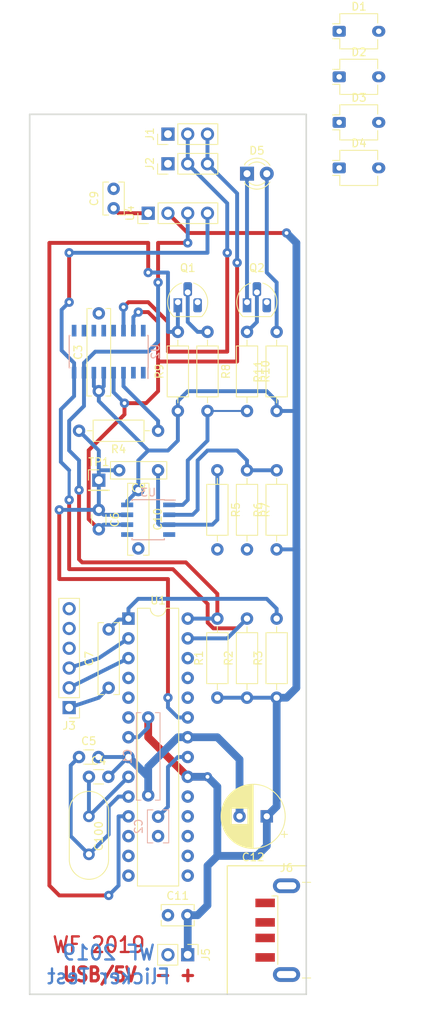
<source format=kicad_pcb>
(kicad_pcb (version 20231007) (generator pcbnew)
  (title_block (date "2023-10-14"))
  (layers (0 "F.Cu" signal) (31 "B.Cu" signal) (34 "B.Paste" user) (35 "F.Paste" user) (36 "B.SilkS" user "B.Silkscreen") (37 "F.SilkS" user "F.Silkscreen") (38 "B.Mask" user) (39 "F.Mask" user) (44 "Edge.Cuts" user))
  (net 0 "")
  (net 1 "+5V")
  (net 2 "/ADC0")
  (net 3 "/RST")
  (net 4 "/TX")
  (net 5 "/RX")
  (net 6 "Net-(R10-Pad2)")
  (net 7 "Net-(U1-XTAL2{slash}PB7)")
  (net 8 "Net-(U1-XTAL1{slash}PB6)")
  (net 9 "Net-(U1-AREF)")
  (net 10 "Net-(J1-Pin_3)")
  (net 11 "Net-(U1-~{RESET}{slash}PC6)")
  (net 12 "Net-(U3A-+)")
  (net 13 "Net-(D1-A)")
  (net 14 "Net-(D1-K)")
  (net 15 "Net-(D4-K)")
  (net 16 "Net-(D5-K)")
  (net 17 "Net-(D5-A)")
  (net 18 "Net-(J1-Pin_2)")
  (net 22 "Net-(Q1-B)")
  (net 23 "Net-(Q2-B)")
  (net 24 "Net-(U2-W1)")
  (net 25 "Net-(U3A--)")
  (net 44 "Net-(U4-GND)")
  (net 45 "GND")
  (net 46 "TMR1-T1Clock")
  (net 47 "SCL")
  (net 48 "SDA")
  (footprint "Connector_PinHeader_2.54mm:PinHeader_1x02_P2.54mm_Vertical" (layer "F.Cu") (at 68.58 173.99 -90)
    (property "Reference" "J5" (at 0 -2.33 -90) (layer "F.SilkS"))
    (property "Value" "PWR(5V)")
    (pad "1" thru_hole rect (at 0 0 270) (size 1.7 1.7) (drill 1) (layers "*.Cu" "*.Mask") (net 1 "+5V"))
    (pad "2" thru_hole oval (at 0 2.54 270) (size 1.7 1.7) (drill 1) (layers "*.Cu" "*.Mask") (net 45 "GND"))
  )
  (footprint "LED_THT:LED_D3.0mm" (layer "F.Cu") (at 76.2 73.66)
    (property "Reference" "D5" (at 1.27 -2.96 0) (layer "F.SilkS"))
    (property "Value" "LED")
    (pad "1" thru_hole rect (at 0 0) (size 1.8 1.8) (drill 0.9) (layers "*.Cu" "*.Mask") (net 16 "Net-(D5-K)"))
    (pad "2" thru_hole circle (at 2.54 0) (size 1.8 1.8) (drill 0.9) (layers "*.Cu" "*.Mask") (net 17 "Net-(D5-A)"))
  )
  (footprint "Capacitor_THT:C_Rect_L4.0mm_W2.5mm_P2.50mm" (layer "F.Cu") (at 59.055 78.105 90)
    (property "Reference" "C9" (at 1.25 -2.5 270) (layer "F.SilkS"))
    (property "Value" "100n")
    (pad "1" thru_hole circle (at 0 0 90) (size 1.6 1.6) (drill 0.8) (layers "*.Cu" "*.Mask") (net 44 "Net-(U4-GND)"))
    (pad "2" thru_hole circle (at 2.5 0 90) (size 1.6 1.6) (drill 0.8) (layers "*.Cu" "*.Mask") (net 45 "GND"))
  )
  (footprint "Connector_PinHeader_2.54mm:PinHeader_1x03_P2.54mm_Vertical" (layer "F.Cu") (at 66.04 68.58 90)
    (property "Reference" "J1" (at 0 -2.33 90) (layer "F.SilkS"))
    (property "Value" "Ds")
    (pad "1" thru_hole rect (at 0 0 90) (size 1.7 1.7) (drill 1) (layers "*.Cu" "*.Mask") (net 45 "GND"))
    (pad "2" thru_hole oval (at 0 2.54 90) (size 1.7 1.7) (drill 1) (layers "*.Cu" "*.Mask") (net 18 "Net-(J1-Pin_2)"))
    (pad "3" thru_hole oval (at 0 5.08 90) (size 1.7 1.7) (drill 1) (layers "*.Cu" "*.Mask") (net 10 "Net-(J1-Pin_3)"))
  )
  (footprint "Capacitor_THT:C_Rect_L9.0mm_W2.5mm_P7.50mm_MKT" (layer "F.Cu") (at 62.23 114.3 -90)
    (property "Reference" "C10" (at 3.75 -2.5 -90) (layer "F.SilkS"))
    (property "Value" "100n")
    (pad "1" thru_hole circle (at 0 0 270) (size 1.6 1.6) (drill 0.8) (layers "*.Cu" "*.Mask") (net 1 "+5V"))
    (pad "2" thru_hole circle (at 7.5 0 270) (size 1.6 1.6) (drill 0.8) (layers "*.Cu" "*.Mask") (net 45 "GND"))
  )
  (footprint "Package_TO_SOT_THT:TO-92_HandSolder" (layer "F.Cu") (at 76.2 90.17)
    (property "Reference" "Q2" (at 1.27 -4.4 0) (layer "F.SilkS"))
    (property "Value" "BC547")
    (pad "1" thru_hole rect (at 0 0) (size 1.1 1.8) (drill 0.75 (offset 0 0.4)) (layers "*.Cu" "*.Mask") (net 16 "Net-(D5-K)"))
    (pad "2" thru_hole roundrect (at 1.27 -1.27) (size 1.1 1.8) (drill 0.75 (offset 0 -0.4)) (layers "*.Cu" "*.Mask") (net 23 "Net-(Q2-B)"))
    (pad "3" thru_hole roundrect (at 2.54 0) (size 1.1 1.8) (drill 0.75 (offset 0 0.4)) (layers "*.Cu" "*.Mask") (net 45 "GND"))
  )
  (footprint "Package_TO_SOT_THT:TO-92_HandSolder" (layer "F.Cu") (at 67.31 90.17)
    (property "Reference" "Q1" (at 1.27 -4.4 0) (layer "F.SilkS"))
    (property "Value" "BC547")
    (pad "1" thru_hole rect (at 0 0) (size 1.1 1.8) (drill 0.75 (offset 0 0.4)) (layers "*.Cu" "*.Mask") (net 46 "TMR1-T1Clock"))
    (pad "2" thru_hole roundrect (at 1.27 -1.27) (size 1.1 1.8) (drill 0.75 (offset 0 -0.4)) (layers "*.Cu" "*.Mask") (net 22 "Net-(Q1-B)"))
    (pad "3" thru_hole roundrect (at 2.54 0) (size 1.1 1.8) (drill 0.75 (offset 0 0.4)) (layers "*.Cu" "*.Mask") (net 45 "GND"))
  )
  (footprint "Connector_PinHeader_2.54mm:PinHeader_1x06_P2.54mm_Vertical" (layer "F.Cu") (at 53.34 142.24 180)
    (property "Reference" "J3" (at 0 -2.33 180) (layer "F.SilkS"))
    (property "Value" "FTDI")
    (pad "1" thru_hole rect (at 0 0 180) (size 1.7 1.7) (drill 1) (layers "*.Cu" "*.Mask") (net 3 "/RST"))
    (pad "2" thru_hole oval (at 0 2.54 180) (size 1.7 1.7) (drill 1) (layers "*.Cu" "*.Mask") (net 4 "/TX"))
    (pad "3" thru_hole oval (at 0 5.08 180) (size 1.7 1.7) (drill 1) (layers "*.Cu" "*.Mask") (net 5 "/RX"))
    (pad "4" thru_hole oval (at 0 7.62 180) (size 1.7 1.7) (drill 1) (layers "*.Cu" "*.Mask"))
    (pad "5" thru_hole oval (at 0 10.16 180) (size 1.7 1.7) (drill 1) (layers "*.Cu" "*.Mask") (net 45 "GND"))
    (pad "6" thru_hole oval (at 0 12.7 180) (size 1.7 1.7) (drill 1) (layers "*.Cu" "*.Mask") (net 45 "GND"))
  )
  (footprint "Capacitor_THT:CP_Radial_D8.0mm_P3.50mm" (layer "F.Cu") (at 78.74 156.21 180)
    (property "Reference" "C12" (at 1.75 -5.25 180) (layer "F.SilkS"))
    (property "Value" "1000µ")
    (pad "1" thru_hole rect (at 0 0 180) (size 1.6 1.6) (drill 0.8) (layers "*.Cu" "*.Mask") (net 1 "+5V"))
    (pad "2" thru_hole circle (at 3.5 0 180) (size 1.6 1.6) (drill 0.8) (layers "*.Cu" "*.Mask") (net 45 "GND"))
  )
  (footprint "Capacitor_THT:C_Rect_L4.0mm_W2.5mm_P2.50mm" (layer "F.Cu") (at 66.04 168.91)
    (property "Reference" "C11" (at 1.25 -2.5 0) (layer "F.SilkS"))
    (property "Value" "100n")
    (pad "1" thru_hole circle (at 0 0) (size 1.6 1.6) (drill 0.8) (layers "*.Cu" "*.Mask") (net 45 "GND"))
    (pad "2" thru_hole circle (at 2.5 0) (size 1.6 1.6) (drill 0.8) (layers "*.Cu" "*.Mask") (net 1 "+5V"))
  )
  (footprint "Capacitor_THT:C_Disc_D3.0mm_W1.6mm_P2.50mm" (layer "F.Cu") (at 57.15 116.84 -90)
    (property "Reference" "C6" (at 1.25 -2.05 -90) (layer "F.SilkS"))
    (property "Value" "12p")
    (pad "1" thru_hole circle (at 0 0 270) (size 1.6 1.6) (drill 0.8) (layers "*.Cu" "*.Mask") (net 2 "/ADC0"))
    (pad "2" thru_hole circle (at 2.5 0 270) (size 1.6 1.6) (drill 0.8) (layers "*.Cu" "*.Mask") (net 10 "Net-(J1-Pin_3)"))
  )
  (footprint "Capacitor_THT:C_Disc_D3.0mm_W1.6mm_P2.50mm" (layer "F.Cu") (at 54.61 148.59)
    (property "Reference" "C5" (at 1.25 -2.05 0) (layer "F.SilkS"))
    (property "Value" "22p")
    (pad "1" thru_hole circle (at 0 0) (size 1.6 1.6) (drill 0.8) (layers "*.Cu" "*.Mask") (net 7 "Net-(U1-XTAL2{slash}PB7)"))
    (pad "2" thru_hole circle (at 2.5 0) (size 1.6 1.6) (drill 0.8) (layers "*.Cu" "*.Mask") (net 45 "GND"))
  )
  (footprint "Capacitor_THT:C_Disc_D3.0mm_W1.6mm_P2.50mm" (layer "F.Cu") (at 55.88 151.13)
    (property "Reference" "C4" (at 1.25 -2.05 0) (layer "F.SilkS"))
    (property "Value" "22p")
    (pad "1" thru_hole circle (at 0 0) (size 1.6 1.6) (drill 0.8) (layers "*.Cu" "*.Mask") (net 8 "Net-(U1-XTAL1{slash}PB6)"))
    (pad "2" thru_hole circle (at 2.5 0) (size 1.6 1.6) (drill 0.8) (layers "*.Cu" "*.Mask") (net 45 "GND"))
  )
  (footprint "Capacitor_THT:C_Rect_L11.0mm_W2.8mm_P10.00mm_MKT" (layer "F.Cu") (at 57.15 101.6 90)
    (property "Reference" "C3" (at 5 -2.65 90) (layer "F.SilkS"))
    (property "Value" "100n")
    (pad "1" thru_hole circle (at 0 0 90) (size 1.6 1.6) (drill 0.8) (layers "*.Cu" "*.Mask") (net 1 "+5V"))
    (pad "2" thru_hole circle (at 10 0 90) (size 1.6 1.6) (drill 0.8) (layers "*.Cu" "*.Mask") (net 45 "GND"))
  )
  (footprint "Crystal:Crystal_HC49-U_Vertical" (layer "F.Cu") (at 55.88 156.21 -90)
    (property "Reference" "C100" (at 2.54 -1.27 90) (layer "F.SilkS"))
    (property "Value" "16MHz")
    (pad "1" thru_hole circle (at 0 0 270) (size 1.5 1.5) (drill 0.8) (layers "*.Cu" "*.Mask") (net 8 "Net-(U1-XTAL1{slash}PB6)"))
    (pad "2" thru_hole circle (at 4.88 0 270) (size 1.5 1.5) (drill 0.8) (layers "*.Cu" "*.Mask") (net 7 "Net-(U1-XTAL2{slash}PB7)"))
  )
  (footprint "Connector_PinHeader_2.54mm:PinHeader_1x04_P2.54mm_Vertical" (layer "F.Cu") (at 63.5 78.74 90)
    (property "Reference" "U4" (at 0 -2.33 90) (layer "F.SilkS"))
    (property "Value" "Display")
    (pad "1" thru_hole rect (at 0 0 90) (size 1.7 1.7) (drill 1) (layers "*.Cu" "*.Mask") (net 44 "Net-(U4-GND)"))
    (pad "2" thru_hole oval (at 0 2.54 90) (size 1.7 1.7) (drill 1) (layers "*.Cu" "*.Mask") (net 1 "+5V"))
    (pad "3" thru_hole oval (at 0 5.08 90) (size 1.7 1.7) (drill 1) (layers "*.Cu" "*.Mask") (net 47 "SCL"))
    (pad "4" thru_hole oval (at 0 7.62 90) (size 1.7 1.7) (drill 1) (layers "*.Cu" "*.Mask") (net 48 "SDA"))
  )
  (footprint "Package_DIP:DIP-28_W7.62mm" (layer "F.Cu") (at 60.96 130.81)
    (property "Reference" "U1" (at 3.81 -2.33 0) (layer "F.SilkS"))
    (property "Value" "ATmega328P-PU")
    (pad "1" thru_hole rect (at 0 0) (size 1.6 1.6) (drill 0.8) (layers "*.Cu" "*.Mask") (net 11 "Net-(U1-~{RESET}{slash}PC6)"))
    (pad "2" thru_hole oval (at 0 2.54) (size 1.6 1.6) (drill 0.8) (layers "*.Cu" "*.Mask") (net 5 "/RX"))
    (pad "3" thru_hole oval (at 0 5.08) (size 1.6 1.6) (drill 0.8) (layers "*.Cu" "*.Mask") (net 4 "/TX"))
    (pad "4" thru_hole oval (at 0 7.62) (size 1.6 1.6) (drill 0.8) (layers "*.Cu" "*.Mask"))
    (pad "5" thru_hole oval (at 0 10.16) (size 1.6 1.6) (drill 0.8) (layers "*.Cu" "*.Mask"))
    (pad "6" thru_hole oval (at 0 12.7) (size 1.6 1.6) (drill 0.8) (layers "*.Cu" "*.Mask"))
    (pad "7" thru_hole oval (at 0 15.24) (size 1.6 1.6) (drill 0.8) (layers "*.Cu" "*.Mask") (net 1 "+5V"))
    (pad "8" thru_hole oval (at 0 17.78) (size 1.6 1.6) (drill 0.8) (layers "*.Cu" "*.Mask") (net 45 "GND"))
    (pad "9" thru_hole oval (at 0 20.32) (size 1.6 1.6) (drill 0.8) (layers "*.Cu" "*.Mask") (net 8 "Net-(U1-XTAL1{slash}PB6)"))
    (pad "10" thru_hole oval (at 0 22.86) (size 1.6 1.6) (drill 0.8) (layers "*.Cu" "*.Mask") (net 7 "Net-(U1-XTAL2{slash}PB7)"))
    (pad "11" thru_hole oval (at 0 25.4) (size 1.6 1.6) (drill 0.8) (layers "*.Cu" "*.Mask") (net 46 "TMR1-T1Clock"))
    (pad "12" thru_hole oval (at 0 27.94) (size 1.6 1.6) (drill 0.8) (layers "*.Cu" "*.Mask"))
    (pad "13" thru_hole oval (at 0 30.48) (size 1.6 1.6) (drill 0.8) (layers "*.Cu" "*.Mask"))
    (pad "14" thru_hole oval (at 0 33.02) (size 1.6 1.6) (drill 0.8) (layers "*.Cu" "*.Mask"))
    (pad "15" thru_hole oval (at 7.62 33.02) (size 1.6 1.6) (drill 0.8) (layers "*.Cu" "*.Mask"))
    (pad "16" thru_hole oval (at 7.62 30.48) (size 1.6 1.6) (drill 0.8) (layers "*.Cu" "*.Mask"))
    (pad "17" thru_hole oval (at 7.62 27.94) (size 1.6 1.6) (drill 0.8) (layers "*.Cu" "*.Mask"))
    (pad "18" thru_hole oval (at 7.62 25.4) (size 1.6 1.6) (drill 0.8) (layers "*.Cu" "*.Mask"))
    (pad "19" thru_hole oval (at 7.62 22.86) (size 1.6 1.6) (drill 0.8) (layers "*.Cu" "*.Mask"))
    (pad "20" thru_hole oval (at 7.62 20.32) (size 1.6 1.6) (drill 0.8) (layers "*.Cu" "*.Mask") (net 1 "+5V"))
    (pad "21" thru_hole oval (at 7.62 17.78) (size 1.6 1.6) (drill 0.8) (layers "*.Cu" "*.Mask") (net 9 "Net-(U1-AREF)"))
    (pad "22" thru_hole oval (at 7.62 15.24) (size 1.6 1.6) (drill 0.8) (layers "*.Cu" "*.Mask") (net 45 "GND"))
    (pad "23" thru_hole oval (at 7.62 12.7) (size 1.6 1.6) (drill 0.8) (layers "*.Cu" "*.Mask") (net 2 "/ADC0"))
    (pad "24" thru_hole oval (at 7.62 10.16) (size 1.6 1.6) (drill 0.8) (layers "*.Cu" "*.Mask"))
    (pad "25" thru_hole oval (at 7.62 7.62) (size 1.6 1.6) (drill 0.8) (layers "*.Cu" "*.Mask"))
    (pad "26" thru_hole oval (at 7.62 5.08) (size 1.6 1.6) (drill 0.8) (layers "*.Cu" "*.Mask"))
    (pad "27" thru_hole oval (at 7.62 2.54) (size 1.6 1.6) (drill 0.8) (layers "*.Cu" "*.Mask") (net 48 "SDA"))
    (pad "28" thru_hole oval (at 7.62 0) (size 1.6 1.6) (drill 0.8) (layers "*.Cu" "*.Mask") (net 47 "SCL"))
  )
  (footprint "Connector_PinHeader_2.54mm:PinHeader_1x01_P2.54mm_Vertical" (layer "F.Cu") (at 57.15 113.03)
    (property "Reference" "TP1" (at 0 -2.33 0) (layer "F.SilkS"))
    (property "Value" "TestPoint")
    (pad "1" thru_hole rect (at 0 0) (size 1.7 1.7) (drill 1) (layers "*.Cu" "*.Mask") (net 2 "/ADC0"))
  )
  (footprint "Resistor_THT:R_Axial_DIN0207_L6.3mm_D2.5mm_P10.16mm_Horizontal" (layer "F.Cu") (at 80.01 104.14 90)
    (property "Reference" "R11" (at 5.08 -2.37 90) (layer "F.SilkS"))
    (property "Value" "1.5kΩ")
    (pad "1" thru_hole circle (at 0 0 90) (size 1.6 1.6) (drill 0.8) (layers "*.Cu" "*.Mask") (net 1 "+5V"))
    (pad "2" thru_hole oval (at 10.16 0 90) (size 1.6 1.6) (drill 0.8) (layers "*.Cu" "*.Mask") (net 17 "Net-(D5-A)"))
  )
  (footprint "Resistor_THT:R_Axial_DIN0207_L6.3mm_D2.5mm_P10.16mm_Horizontal" (layer "F.Cu") (at 76.2 93.98 -90)
    (property "Reference" "R10" (at 5.08 -2.37 -90) (layer "F.SilkS"))
    (property "Value" "100k")
    (pad "1" thru_hole circle (at 0 0 270) (size 1.6 1.6) (drill 0.8) (layers "*.Cu" "*.Mask") (net 23 "Net-(Q2-B)"))
    (pad "2" thru_hole oval (at 10.16 0 270) (size 1.6 1.6) (drill 0.8) (layers "*.Cu" "*.Mask") (net 6 "Net-(R10-Pad2)"))
  )
  (footprint "Resistor_THT:R_Axial_DIN0207_L6.3mm_D2.5mm_P10.16mm_Horizontal" (layer "F.Cu") (at 67.31 104.14 90)
    (property "Reference" "R9" (at 5.08 -2.37 90) (layer "F.SilkS"))
    (property "Value" "1.5kΩ")
    (pad "1" thru_hole circle (at 0 0 90) (size 1.6 1.6) (drill 0.8) (layers "*.Cu" "*.Mask") (net 1 "+5V"))
    (pad "2" thru_hole oval (at 10.16 0 90) (size 1.6 1.6) (drill 0.8) (layers "*.Cu" "*.Mask") (net 46 "TMR1-T1Clock"))
  )
  (footprint "Resistor_THT:R_Axial_DIN0207_L6.3mm_D2.5mm_P10.16mm_Horizontal" (layer "F.Cu") (at 71.12 93.98 -90)
    (property "Reference" "R8" (at 5.08 -2.37 -90) (layer "F.SilkS"))
    (property "Value" "1kΩ")
    (pad "1" thru_hole circle (at 0 0 270) (size 1.6 1.6) (drill 0.8) (layers "*.Cu" "*.Mask") (net 22 "Net-(Q1-B)"))
    (pad "2" thru_hole oval (at 10.16 0 270) (size 1.6 1.6) (drill 0.8) (layers "*.Cu" "*.Mask") (net 6 "Net-(R10-Pad2)"))
  )
  (footprint "Resistor_THT:R_Axial_DIN0207_L6.3mm_D2.5mm_P10.16mm_Horizontal" (layer "F.Cu") (at 76.2 111.76 -90)
    (property "Reference" "R7" (at 5.08 -2.37 -90) (layer "F.SilkS"))
    (property "Value" "1.5kΩ")
    (pad "1" thru_hole circle (at 0 0 270) (size 1.6 1.6) (drill 0.8) (layers "*.Cu" "*.Mask") (net 25 "Net-(U3A--)"))
    (pad "2" thru_hole oval (at 10.16 0 270) (size 1.6 1.6) (drill 0.8) (layers "*.Cu" "*.Mask") (net 45 "GND"))
  )
  (footprint "Resistor_THT:R_Axial_DIN0207_L6.3mm_D2.5mm_P10.16mm_Horizontal" (layer "F.Cu") (at 80.01 121.92 90)
    (property "Reference" "R6" (at 5.08 -2.37 90) (layer "F.SilkS"))
    (property "Value" "120kΩ")
    (pad "1" thru_hole circle (at 0 0 90) (size 1.6 1.6) (drill 0.8) (layers "*.Cu" "*.Mask") (net 1 "+5V"))
    (pad "2" thru_hole oval (at 10.16 0 90) (size 1.6 1.6) (drill 0.8) (layers "*.Cu" "*.Mask") (net 25 "Net-(U3A--)"))
  )
  (footprint "Resistor_THT:R_Axial_DIN0207_L6.3mm_D2.5mm_P10.16mm_Horizontal" (layer "F.Cu") (at 72.39 111.76 -90)
    (property "Reference" "R5" (at 5.08 -2.37 -90) (layer "F.SilkS"))
    (property "Value" "1MΩ")
    (pad "1" thru_hole circle (at 0 0 270) (size 1.6 1.6) (drill 0.8) (layers "*.Cu" "*.Mask") (net 12 "Net-(U3A-+)"))
    (pad "2" thru_hole oval (at 10.16 0 270) (size 1.6 1.6) (drill 0.8) (layers "*.Cu" "*.Mask") (net 45 "GND"))
  )
  (footprint "Resistor_THT:R_Axial_DIN0207_L6.3mm_D2.5mm_P10.16mm_Horizontal" (layer "F.Cu") (at 64.77 106.68 180)
    (property "Reference" "R4" (at 5.08 -2.37 180) (layer "F.SilkS"))
    (property "Value" "10kΩ")
    (pad "1" thru_hole circle (at 0 0 180) (size 1.6 1.6) (drill 0.8) (layers "*.Cu" "*.Mask") (net 24 "Net-(U2-W1)"))
    (pad "2" thru_hole oval (at 10.16 0 180) (size 1.6 1.6) (drill 0.8) (layers "*.Cu" "*.Mask") (net 2 "/ADC0"))
  )
  (footprint "Resistor_THT:R_Axial_DIN0207_L6.3mm_D2.5mm_P10.16mm_Horizontal" (layer "F.Cu") (at 80.01 140.97 90)
    (property "Reference" "R3" (at 5.08 -2.37 90) (layer "F.SilkS"))
    (property "Value" "10k")
    (pad "1" thru_hole circle (at 0 0 90) (size 1.6 1.6) (drill 0.8) (layers "*.Cu" "*.Mask") (net 1 "+5V"))
    (pad "2" thru_hole oval (at 10.16 0 90) (size 1.6 1.6) (drill 0.8) (layers "*.Cu" "*.Mask") (net 11 "Net-(U1-~{RESET}{slash}PC6)"))
  )
  (footprint "Resistor_THT:R_Axial_DIN0207_L6.3mm_D2.5mm_P10.16mm_Horizontal" (layer "F.Cu") (at 76.2 140.97 90)
    (property "Reference" "R2" (at 5.08 -2.37 90) (layer "F.SilkS"))
    (property "Value" "10kΩ")
    (pad "1" thru_hole circle (at 0 0 90) (size 1.6 1.6) (drill 0.8) (layers "*.Cu" "*.Mask") (net 1 "+5V"))
    (pad "2" thru_hole oval (at 10.16 0 90) (size 1.6 1.6) (drill 0.8) (layers "*.Cu" "*.Mask") (net 48 "SDA"))
  )
  (footprint "Resistor_THT:R_Axial_DIN0207_L6.3mm_D2.5mm_P10.16mm_Horizontal" (layer "F.Cu") (at 72.39 140.97 90)
    (property "Reference" "R1" (at 5.08 -2.37 90) (layer "F.SilkS"))
    (property "Value" "10kΩ")
    (pad "1" thru_hole circle (at 0 0 90) (size 1.6 1.6) (drill 0.8) (layers "*.Cu" "*.Mask") (net 1 "+5V"))
    (pad "2" thru_hole oval (at 10.16 0 90) (size 1.6 1.6) (drill 0.8) (layers "*.Cu" "*.Mask") (net 47 "SCL"))
  )
  (footprint "Capacitor_THT:C_Rect_L7.0mm_W2.0mm_P5.00mm" (layer "F.Cu") (at 64.77 111.76 180)
    (property "Reference" "C8" (at 2.5 -2.25 180) (layer "F.SilkS"))
    (property "Value" "100n")
    (pad "1" thru_hole circle (at 0 0 180) (size 1.6 1.6) (drill 0.8) (layers "*.Cu" "*.Mask") (net 12 "Net-(U3A-+)"))
    (pad "2" thru_hole circle (at 5 0 180) (size 1.6 1.6) (drill 0.8) (layers "*.Cu" "*.Mask") (net 2 "/ADC0"))
  )
  (footprint "Capacitor_THT:C_Rect_L9.0mm_W2.5mm_P7.50mm_MKT" (layer "F.Cu") (at 58.42 139.7 90)
    (property "Reference" "C7" (at 3.75 -2.5 90) (layer "F.SilkS"))
    (property "Value" "100n")
    (pad "1" thru_hole circle (at 0 0 90) (size 1.6 1.6) (drill 0.8) (layers "*.Cu" "*.Mask") (net 3 "/RST"))
    (pad "2" thru_hole circle (at 7.5 0 90) (size 1.6 1.6) (drill 0.8) (layers "*.Cu" "*.Mask") (net 11 "Net-(U1-~{RESET}{slash}PC6)"))
  )
  (footprint "Connector_PinHeader_2.54mm:PinHeader_1x03_P2.54mm_Vertical" (layer "F.Cu") (at 66.04 72.39 90)
    (property "Reference" "J2" (at 0 -2.33 270) (layer "F.SilkS"))
    (property "Value" "Ds")
    (pad "1" thru_hole rect (at 0 0 90) (size 1.7 1.7) (drill 1) (layers "*.Cu" "*.Mask") (net 13 "Net-(D1-A)"))
    (pad "2" thru_hole oval (at 0 2.54 90) (size 1.7 1.7) (drill 1) (layers "*.Cu" "*.Mask") (net 14 "Net-(D1-K)"))
    (pad "3" thru_hole oval (at 0 5.08 90) (size 1.7 1.7) (drill 1) (layers "*.Cu" "*.Mask") (net 15 "Net-(D4-K)"))
  )
  (footprint "OptoDevice:Osram_DIL2_4.3x4.65mm_P5.08mm" (layer "F.Cu") (at 88.05 72.92)
    (property "Reference" "D4" (at 2.54 -3.17 0) (layer "F.SilkS"))
    (property "Value" "BPW34")
    (pad "1" thru_hole roundrect (at 0 0) (size 1.7 1.4) (drill 0.7) (layers "*.Cu" "*.Mask") (roundrect_rratio 0.178) (net 15 "Net-(D4-K)"))
    (pad "2" thru_hole oval (at 5.08 0) (size 1.7 1.4) (drill 0.7) (layers "*.Cu" "*.Mask") (net 13 "Net-(D1-A)"))
  )
  (footprint "Connector_USB:USB_A_CNCTech_1001-011-01101_Horizontal" (layer "F.Cu") (at 88.18 170.83)
    (property "Reference" "J6" (at -6.9 -8 0) (layer "F.SilkS"))
    (property "Value" "USB Power (5V)")
    (pad "" np_thru_hole circle (at -6.9 -2.3) (size 1.1 1.1) (drill 1.1) (layers "*.Cu" "*.Mask"))
    (pad "" np_thru_hole circle (at -6.9 2.3) (size 1.1 1.1) (drill 1.1) (layers "*.Cu" "*.Mask"))
    (pad "1" smd rect (at -9.65 -3.5) (size 2.5 1.1) (layers "F.Cu" "F.Paste" "F.Mask") (net 1 "+5V"))
    (pad "2" smd rect (at -9.65 -1) (size 2.5 1.1) (layers "F.Cu" "F.Paste" "F.Mask"))
    (pad "3" smd rect (at -9.65 1) (size 2.5 1.1) (layers "F.Cu" "F.Paste" "F.Mask"))
    (pad "4" smd rect (at -9.65 3.5) (size 2.5 1.1) (layers "F.Cu" "F.Paste" "F.Mask") (net 45 "GND"))
    (pad "5" thru_hole oval (at -6.9 -5.7) (size 3.5 1.9) (drill oval 2.5 0.9) (layers "*.Cu" "*.Mask") (net 45 "GND"))
    (pad "5" thru_hole oval (at -6.9 5.7) (size 3.5 1.9) (drill oval 2.5 0.9) (layers "*.Cu" "*.Mask") (net 45 "GND"))
  )
  (footprint "OptoDevice:Osram_DIL2_4.3x4.65mm_P5.08mm" (layer "F.Cu") (at 88.05 67.07)
    (property "Reference" "D3" (at 2.54 -3.17 0) (layer "F.SilkS"))
    (property "Value" "BPW34")
    (pad "1" thru_hole roundrect (at 0 0) (size 1.7 1.4) (drill 0.7) (layers "*.Cu" "*.Mask") (roundrect_rratio 0.178) (net 14 "Net-(D1-K)"))
    (pad "2" thru_hole oval (at 5.08 0) (size 1.7 1.4) (drill 0.7) (layers "*.Cu" "*.Mask") (net 13 "Net-(D1-A)"))
  )
  (footprint "OptoDevice:Osram_DIL2_4.3x4.65mm_P5.08mm" (layer "F.Cu") (at 88.05 61.22)
    (property "Reference" "D2" (at 2.54 -3.17 0) (layer "F.SilkS"))
    (property "Value" "BPW34")
    (pad "1" thru_hole roundrect (at 0 0) (size 1.7 1.4) (drill 0.7) (layers "*.Cu" "*.Mask") (roundrect_rratio 0.178) (net 14 "Net-(D1-K)"))
    (pad "2" thru_hole oval (at 5.08 0) (size 1.7 1.4) (drill 0.7) (layers "*.Cu" "*.Mask") (net 13 "Net-(D1-A)"))
  )
  (footprint "OptoDevice:Osram_DIL2_4.3x4.65mm_P5.08mm" (layer "F.Cu") (at 88.05 55.37)
    (property "Reference" "D1" (at 2.54 -3.17 0) (layer "F.SilkS"))
    (property "Value" "BPW34")
    (pad "1" thru_hole roundrect (at 0 0) (size 1.7 1.4) (drill 0.7) (layers "*.Cu" "*.Mask") (roundrect_rratio 0.178) (net 14 "Net-(D1-K)"))
    (pad "2" thru_hole oval (at 5.08 0) (size 1.7 1.4) (drill 0.7) (layers "*.Cu" "*.Mask") (net 13 "Net-(D1-A)"))
  )
  (footprint "Capacitor_THT:C_Rect_L4.0mm_W2.5mm_P2.50mm" (layer "B.Cu") (at 64.77 156.25 -90)
    (property "Reference" "C2" (at 1.25 2.5 90) (layer "B.SilkS") (effects (justify mirror)))
    (property "Value" "100n")
    (pad "1" thru_hole circle (at 0 0 270) (size 1.6 1.6) (drill 0.8) (layers "*.Cu" "*.Mask") (net 9 "Net-(U1-AREF)"))
    (pad "2" thru_hole circle (at 2.5 0 270) (size 1.6 1.6) (drill 0.8) (layers "*.Cu" "*.Mask") (net 45 "GND"))
  )
  (footprint "Package_SO:SOIC-8_3.9x4.9mm_P1.27mm" (layer "B.Cu") (at 63.5 118.11 180)
    (property "Reference" "U3" (at 0 3.5 180) (layer "B.SilkS") (effects (justify mirror)))
    (property "Value" "AD823A")
    (pad "1" smd rect (at -2.7 1.905 180) (size 1.55 0.6) (layers "B.Cu" "B.Paste" "B.Mask") (net 6 "Net-(R10-Pad2)"))
    (pad "2" smd rect (at -2.7 0.635 180) (size 1.55 0.6) (layers "B.Cu" "B.Paste" "B.Mask") (net 25 "Net-(U3A--)"))
    (pad "3" smd rect (at -2.7 -0.635 180) (size 1.55 0.6) (layers "B.Cu" "B.Paste" "B.Mask") (net 12 "Net-(U3A-+)"))
    (pad "4" smd rect (at -2.7 -1.905 180) (size 1.55 0.6) (layers "B.Cu" "B.Paste" "B.Mask") (net 45 "GND"))
    (pad "5" smd rect (at 2.7 -1.905 180) (size 1.55 0.6) (layers "B.Cu" "B.Paste" "B.Mask") (net 45 "GND"))
    (pad "6" smd rect (at 2.7 -0.635 180) (size 1.55 0.6) (layers "B.Cu" "B.Paste" "B.Mask") (net 10 "Net-(J1-Pin_3)"))
    (pad "7" smd rect (at 2.7 0.635 180) (size 1.55 0.6) (layers "B.Cu" "B.Paste" "B.Mask") (net 2 "/ADC0"))
    (pad "8" smd rect (at 2.7 1.905 180) (size 1.55 0.6) (layers "B.Cu" "B.Paste" "B.Mask") (net 1 "+5V"))
  )
  (footprint "Capacitor_THT:C_Rect_L11.0mm_W2.8mm_P10.00mm_MKT" (layer "B.Cu") (at 63.5 143.51 -90)
    (property "Reference" "C1" (at 5 2.65 90) (layer "B.SilkS") (effects (justify mirror)))
    (property "Value" "100n")
    (pad "1" thru_hole circle (at 0 0 270) (size 1.6 1.6) (drill 0.8) (layers "*.Cu" "*.Mask") (net 1 "+5V"))
    (pad "2" thru_hole circle (at 10 0 270) (size 1.6 1.6) (drill 0.8) (layers "*.Cu" "*.Mask") (net 45 "GND"))
  )
  (footprint "Package_SO:SOIC-16_3.9x9.9mm_P1.27mm" (layer "B.Cu") (at 58.42 96.52 90)
    (property "Reference" "U2" (at 0 6 90) (layer "B.SilkS") (effects (justify mirror)))
    (property "Value" "AD5242")
    (pad "1" smd rect (at -2.7 4.445 90) (size 1.5 0.6) (layers "B.Cu" "B.Paste" "B.Mask"))
    (pad "2" smd rect (at -2.7 3.175 90) (size 1.5 0.6) (layers "B.Cu" "B.Paste" "B.Mask"))
    (pad "3" smd rect (at -2.7 1.905 90) (size 1.5 0.6) (layers "B.Cu" "B.Paste" "B.Mask") (net 24 "Net-(U2-W1)"))
    (pad "4" smd rect (at -2.7 0.635 90) (size 1.5 0.6) (layers "B.Cu" "B.Paste" "B.Mask") (net 10 "Net-(J1-Pin_3)"))
    (pad "5" smd rect (at -2.7 -0.635 90) (size 1.5 0.6) (layers "B.Cu" "B.Paste" "B.Mask") (net 1 "+5V"))
    (pad "6" smd rect (at -2.7 -1.905 90) (size 1.5 0.6) (layers "B.Cu" "B.Paste" "B.Mask") (net 1 "+5V"))
    (pad "7" smd rect (at -2.7 -3.175 90) (size 1.5 0.6) (layers "B.Cu" "B.Paste" "B.Mask") (net 47 "SCL"))
    (pad "8" smd rect (at -2.7 -4.445 90) (size 1.5 0.6) (layers "B.Cu" "B.Paste" "B.Mask") (net 48 "SDA"))
    (pad "9" smd rect (at 2.7 -4.445 90) (size 1.5 0.6) (layers "B.Cu" "B.Paste" "B.Mask") (net 45 "GND"))
    (pad "10" smd rect (at 2.7 -3.175 90) (size 1.5 0.6) (layers "B.Cu" "B.Paste" "B.Mask") (net 45 "GND"))
    (pad "11" smd rect (at 2.7 -1.905 90) (size 1.5 0.6) (layers "B.Cu" "B.Paste" "B.Mask") (net 45 "GND"))
    (pad "12" smd rect (at 2.7 -0.635 90) (size 1.5 0.6) (layers "B.Cu" "B.Paste" "B.Mask") (net 45 "GND"))
    (pad "13" smd rect (at 2.7 0.635 90) (size 1.5 0.6) (layers "B.Cu" "B.Paste" "B.Mask"))
    (pad "14" smd rect (at 2.7 1.905 90) (size 1.5 0.6) (layers "B.Cu" "B.Paste" "B.Mask") (net 18 "Net-(J1-Pin_2)"))
    (pad "15" smd rect (at 2.7 3.175 90) (size 1.5 0.6) (layers "B.Cu" "B.Paste" "B.Mask") (net 10 "Net-(J1-Pin_3)"))
    (pad "16" smd rect (at 2.7 4.445 90) (size 1.5 0.6) (layers "B.Cu" "B.Paste" "B.Mask"))
  )
  (gr_poly (pts (xy 83.82 179.07) (xy 83.82 162.56) (xy 73.66 162.56) (xy 73.66 179.07)) (stroke (width 0.15)) (fill none) (layer "F.SilkS"))
  (gr_line (start 83.82 66.04) (end 48.26 66.04) (stroke (width 0.2)) (layer "Edge.Cuts"))
  (gr_line (start 48.26 66.04) (end 48.26 179.07) (stroke (width 0.2)) (layer "Edge.Cuts"))
  (gr_line (start 83.82 179.07) (end 83.82 66.04) (stroke (width 0.2)) (layer "Edge.Cuts"))
  (gr_line (start 48.26 179.07) (end 83.82 179.07) (stroke (width 0.2)) (layer "Edge.Cuts"))
  (gr_text "USB/5V  - +" (at 69.85 176.53 0) (layer "F.Cu") (effects (font (size 1.8 1.6) (thickness 0.4)) (justify right)))
  (gr_text "WF 2019" (at 57.15 172.72 0) (layer "F.Cu") (effects (font (size 2 1.8) (thickness 0.3))))
  (gr_text "WF 2019\nFlicker Test" (at 58.42 175.26 0) (layer "B.Cu") (effects (font (size 1.9 1.8) (thickness 0.3)) (justify mirror)))
  (segment (start 63.5 143.51) (end 63.5 146.05) (width 1) (layer "F.Cu") (net 1))
  (segment (start 63.5 146.05) (end 68.58 151.13) (width 1) (layer "F.Cu") (net 1))
  (segment (start 68.58 151.13) (end 71.12 151.13) (width 1) (layer "F.Cu") (net 1))
  (segment (start 66.04 78.74) (end 68.58 81.28) (width 0.5) (layer "F.Cu") (net 1))
  (segment (start 68.58 81.28) (end 81.28 81.28) (width 0.5) (layer "F.Cu") (net 1))
  (via (at 71.12 151.13) (size 1.2) (drill 0.5) (layers "F.Cu" "B.Cu") (net 1))
  (via (at 81.28 81.28) (size 1.2) (drill 0.5) (layers "F.Cu" "B.Cu") (net 1))
  (segment (start 68.58 151.13) (end 71.12 151.13) (width 1) (layer "B.Cu") (net 1))
  (segment (start 72.39 152.4) (end 72.39 161.29) (width 1) (layer "B.Cu") (net 1))
  (segment (start 80.01 140.97) (end 80.01 154.94) (width 1) (layer "B.Cu") (net 1))
  (segment (start 57.785 99.22) (end 57.785 100.965) (width 0.5) (layer "B.Cu") (net 1))
  (segment (start 57.785 100.965) (end 57.15 101.6) (width 0.5) (layer "B.Cu") (net 1))
  (segment (start 80.01 154.94) (end 78.74 156.21) (width 1) (layer "B.Cu") (net 1))
  (segment (start 72.39 140.97) (end 80.01 140.97) (width 0.5) (layer "B.Cu") (net 1))
  (segment (start 62.23 146.05) (end 63.5 144.78) (width 0.5) (layer "B.Cu") (net 1))
  (segment (start 60.96 146.05) (end 62.23 146.05) (width 0.5) (layer "B.Cu") (net 1))
  (segment (start 63.5 144.78) (end 63.5 143.51) (width 0.5) (layer "B.Cu") (net 1))
  (segment (start 60.8 115.73) (end 62.23 114.3) (width 0.5) (layer "B.Cu") (net 1))
  (segment (start 60.8 116.205) (end 60.8 115.73) (width 0.5) (layer "B.Cu") (net 1))
  (segment (start 66.04 109.22) (end 67.31 107.95) (width 0.5) (layer "B.Cu") (net 1))
  (segment (start 67.31 107.95) (end 67.31 104.14) (width 0.5) (layer "B.Cu") (net 1))
  (segment (start 62.23 110.49) (end 63.5 109.22) (width 0.5) (layer "B.Cu") (net 1))
  (segment (start 56.515 99.22) (end 56.515 100.965) (width 0.5) (layer "B.Cu") (net 1))
  (segment (start 80.01 121.92) (end 82.55 121.92) (width 0.5) (layer "B.Cu") (net 1))
  (segment (start 68.54 168.91) (end 69.85 168.91) (width 1) (layer "B.Cu") (net 1))
  (segment (start 56.515 100.965) (end 57.15 101.6) (width 0.5) (layer "B.Cu") (net 1))
  (segment (start 78.74 160.02) (end 78.74 156.21) (width 1) (layer "B.Cu") (net 1))
  (segment (start 77.47 161.29) (end 78.74 160.02) (width 1) (layer "B.Cu") (net 1))
  (segment (start 71.12 167.64) (end 71.12 162.56) (width 1) (layer "B.Cu") (net 1))
  (segment (start 71.12 151.13) (end 72.39 152.4) (width 1) (layer "B.Cu") (net 1))
  (segment (start 71.12 162.56) (end 72.39 161.29) (width 1) (layer "B.Cu") (net 1))
  (segment (start 62.23 114.3) (end 62.23 110.49) (width 0.5) (layer "B.Cu") (net 1))
  (segment (start 69.85 168.91) (end 71.12 167.64) (width 1) (layer "B.Cu") (net 1))
  (segment (start 68.58 168.95) (end 68.54 168.91) (width 0.5) (layer "B.Cu") (net 1))
  (segment (start 63.5 109.22) (end 66.04 109.22) (width 0.5) (layer "B.Cu") (net 1))
  (segment (start 72.39 161.29) (end 77.47 161.29) (width 1) (layer "B.Cu") (net 1))
  (segment (start 68.58 173.99) (end 68.58 168.95) (width 1) (layer "B.Cu") (net 1))
  (segment (start 81.28 140.97) (end 80.01 140.97) (width 1) (layer "B.Cu") (net 1))
  (segment (start 80.01 104.14) (end 80.01 102.87) (width 0.5) (layer "B.Cu") (net 1))
  (segment (start 78.74 101.6) (end 68.58 101.6) (width 0.5) (layer "B.Cu") (net 1))
  (segment (start 80.01 102.87) (end 78.74 101.6) (width 0.5) (layer "B.Cu") (net 1))
  (segment (start 67.31 102.87) (end 67.31 104.14) (width 0.5) (layer "B.Cu") (net 1))
  (segment (start 82.55 104.14) (end 80.01 104.14) (width 0.5) (layer "B.Cu") (net 1))
  (segment (start 68.58 101.6) (end 67.31 102.87) (width 0.5) (layer "B.Cu") (net 1))
  (segment (start 57.15 101.6) (end 57.15 102.87) (width 0.5) (layer "B.Cu") (net 1))
  (segment (start 57.15 102.87) (end 63.5 109.22) (width 0.5) (layer "B.Cu") (net 1))
  (segment (start 82.55 82.55) (end 82.55 121.92) (width 1) (layer "B.Cu") (net 1))
  (segment (start 82.55 82.55) (end 81.28 81.28) (width 1) (layer "B.Cu") (net 1))
  (segment (start 82.55 139.7) (end 81.28 140.97) (width 1) (layer "B.Cu") (net 1))
  (segment (start 82.55 121.92) (end 82.55 139.7) (width 1) (layer "B.Cu") (net 1))
  (segment (start 52.07 116.84) (end 52.07 125.73) (width 0.5) (layer "F.Cu") (net 2))
  (segment (start 52.07 125.73) (end 66.04 125.73) (width 0.5) (layer "F.Cu") (net 2))
  (segment (start 66.04 125.73) (end 66.04 140.97) (width 0.5) (layer "F.Cu") (net 2))
  (via (at 66.04 140.97) (size 1.2) (drill 0.5) (layers "F.Cu" "B.Cu") (net 2))
  (via (at 52.07 116.84) (size 1.2) (drill 0.5) (layers "F.Cu" "B.Cu") (net 2))
  (segment (start 59.77 111.76) (end 57.15 111.76) (width 0.5) (layer "B.Cu") (net 2))
  (segment (start 57.15 116.84) (end 57.15 113.03) (width 0.5) (layer "B.Cu") (net 2))
  (segment (start 57.785 117.475) (end 57.15 116.84) (width 0.5) (layer "B.Cu") (net 2))
  (segment (start 60.8 117.475) (end 57.785 117.475) (width 0.5) (layer "B.Cu") (net 2))
  (segment (start 57.15 111.76) (end 57.15 113.03) (width 0.5) (layer "B.Cu") (net 2))
  (segment (start 57.15 111.76) (end 57.15 109.22) (width 0.5) (layer "B.Cu") (net 2))
  (segment (start 57.15 109.22) (end 54.61 106.68) (width 0.5) (layer "B.Cu") (net 2))
  (segment (start 67.31 143.51) (end 66.04 142.24) (width 0.5) (layer "B.Cu") (net 2))
  (segment (start 66.04 142.24) (end 66.04 140.97) (width 0.5) (layer "B.Cu") (net 2))
  (segment (start 68.58 143.51) (end 67.31 143.51) (width 0.5) (layer "B.Cu") (net 2))
  (segment (start 52.07 116.84) (end 57.15 116.84) (width 0.5) (layer "B.Cu") (net 2))
  (segment (start 57.15 140.97) (end 53.34 142.24) (width 0.5) (layer "B.Cu") (net 3))
  (segment (start 58.42 139.7) (end 57.15 140.97) (width 0.5) (layer "B.Cu") (net 3))
  (segment (start 53.34 139.7) (end 60.96 135.89) (width 0.5) (layer "B.Cu") (net 4))
  (segment (start 57.15 135.89) (end 53.34 137.16) (width 0.5) (layer "B.Cu") (net 5))
  (segment (start 60.96 133.35) (end 57.15 135.89) (width 0.5) (layer "B.Cu") (net 5))
  (segment (start 68.58 115.57) (end 68.58 110.49) (width 0.5) (layer "B.Cu") (net 6))
  (segment (start 66.2 116.205) (end 67.945 116.205) (width 0.5) (layer "B.Cu") (net 6))
  (segment (start 71.12 107.95) (end 71.12 104.14) (width 0.5) (layer "B.Cu") (net 6))
  (segment (start 68.58 110.49) (end 71.12 107.95) (width 0.5) (layer "B.Cu") (net 6))
  (segment (start 67.945 116.205) (end 68.58 115.57) (width 0.5) (layer "B.Cu") (net 6))
  (segment (start 76.2 104.14) (end 71.12 104.14) (width 0.25) (layer "B.Cu") (net 6))
  (segment (start 58.42 154.94) (end 58.42 158.55) (width 0.5) (layer "B.Cu") (net 7))
  (segment (start 58.42 158.55) (end 55.88 161.09) (width 0.5) (layer "B.Cu") (net 7))
  (segment (start 53.54 158.75) (end 53.54 149.66) (width 0.5) (layer "B.Cu") (net 7))
  (segment (start 53.54 149.66) (end 54.61 148.59) (width 0.5) (layer "B.Cu") (net 7))
  (segment (start 55.88 161.09) (end 53.54 158.75) (width 0.5) (layer "B.Cu") (net 7))
  (segment (start 59.69 153.67) (end 58.42 154.94) (width 0.5) (layer "B.Cu") (net 7))
  (segment (start 60.96 153.67) (end 59.69 153.67) (width 0.5) (layer "B.Cu") (net 7))
  (segment (start 60.96 151.13) (end 55.88 156.21) (width 0.5) (layer "B.Cu") (net 8))
  (segment (start 55.88 156.21) (end 55.88 151.13) (width 0.5) (layer "B.Cu") (net 8))
  (segment (start 66.04 154.98) (end 64.77 156.25) (width 0.5) (layer "B.Cu") (net 9))
  (segment (start 68.58 148.59) (end 67.31 148.59) (width 0.5) (layer "B.Cu") (net 9))
  (segment (start 66.04 149.86) (end 66.04 154.98) (width 0.5) (layer "B.Cu") (net 9))
  (segment (start 67.31 148.59) (end 66.04 149.86) (width 0.5) (layer "B.Cu") (net 9))
  (segment (start 64.77 101.6) (end 64.77 92.71) (width 0.5) (layer "F.Cu") (net 10))
  (segment (start 64.77 92.71) (end 63.5 91.44) (width 0.5) (layer "F.Cu") (net 10))
  (segment (start 63.5 91.44) (end 62.23 91.44) (width 0.5) (layer "F.Cu") (net 10))
  (segment (start 55.85 118.04) (end 55.85 109.19) (width 0.5) (layer "F.Cu") (net 10))
  (segment (start 57.15 119.34) (end 55.85 118.04) (width 0.5) (layer "F.Cu") (net 10))
  (segment (start 63.2306 103.1394) (end 64.77 101.6) (width 0.5) (layer "F.Cu") (net 10))
  (segment (start 74.93 85.09) (end 74.93 97.79) (width 0.5) (layer "F.Cu") (net 10))
  (segment (start 60.4518 104.5882) (end 60.4518 103.1394) (width 0.5) (layer "F.Cu") (net 10))
  (segment (start 74.93 97.79) (end 64.77 97.79) (width 0.5) (layer "F.Cu") (net 10))
  (segment (start 60.4518 103.1394) (end 63.2306 103.1394) (width 0.5) (layer "F.Cu") (net 10))
  (segment (start 55.85 109.19) (end 60.4518 104.5882) (width 0.5) (layer "F.Cu") (net 10))
  (via (at 60.4518 103.1394) (size 1.2) (drill 0.5) (layers "F.Cu" "B.Cu") (net 10))
  (via (at 74.93 85.09) (size 1.2) (drill 0.5) (layers "F.Cu" "B.Cu") (net 10))
  (via (at 62.23 91.44) (size 1.2) (drill 0.5) (layers "F.Cu" "B.Cu") (net 10))
  (segment (start 59.055 99.22) (end 59.055 101.7426) (width 0.5) (layer "B.Cu") (net 10))
  (segment (start 59.055 101.7426) (end 60.4518 103.1394) (width 0.5) (layer "B.Cu") (net 10))
  (segment (start 57.745 118.745) (end 57.15 119.34) (width 0.5) (layer "B.Cu") (net 10))
  (segment (start 60.8 118.745) (end 57.745 118.745) (width 0.5) (layer "B.Cu") (net 10))
  (segment (start 61.595 93.82) (end 61.595 92.075) (width 0.5) (layer "B.Cu") (net 10))
  (segment (start 71.12 72.39) (end 71.12 68.58) (width 0.5) (layer "B.Cu") (net 10))
  (segment (start 74.93 76.2) (end 71.12 72.39) (width 0.5) (layer "B.Cu") (net 10))
  (segment (start 74.93 85.09) (end 74.93 76.2) (width 0.5) (layer "B.Cu") (net 10))
  (segment (start 61.595 92.075) (end 62.23 91.44) (width 0.5) (layer "B.Cu") (net 10))
  (segment (start 78.74 128.27) (end 80.01 129.54) (width 0.5) (layer "B.Cu") (net 11))
  (segment (start 58.42 132.2) (end 59.69 130.93) (width 0.5) (layer "B.Cu") (net 11))
  (segment (start 60.84 130.93) (end 60.96 130.81) (width 0.5) (layer "B.Cu") (net 11))
  (segment (start 59.69 130.93) (end 60.84 130.93) (width 0.5) (layer "B.Cu") (net 11))
  (segment (start 62.2 128.27) (end 78.74 128.27) (width 0.5) (layer "B.Cu") (net 11))
  (segment (start 60.96 129.51) (end 62.2 128.27) (width 0.5) (layer "B.Cu") (net 11))
  (segment (start 60.96 130.81) (end 60.96 129.51) (width 0.5) (layer "B.Cu") (net 11))
  (segment (start 80.01 129.54) (end 80.01 130.81) (width 0.5) (layer "B.Cu") (net 11))
  (segment (start 64.77 118.59) (end 64.77 111.76) (width 0.5) (layer "B.Cu") (net 12))
  (segment (start 66.2 118.745) (end 64.925 118.745) (width 0.5) (layer "B.Cu") (net 12))
  (segment (start 64.925 118.745) (end 64.77 118.59) (width 0.5) (layer "B.Cu") (net 12))
  (segment (start 71.755 118.745) (end 72.39 118.11) (width 0.5) (layer "B.Cu") (net 12))
  (segment (start 72.39 118.11) (end 72.39 111.76) (width 0.5) (layer "B.Cu") (net 12))
  (segment (start 66.2 118.745) (end 71.755 118.745) (width 0.5) (layer "B.Cu") (net 12))
  (segment (start 76.2 90.17) (end 76.2 73.66) (width 0.5) (layer "B.Cu") (net 16))
  (segment (start 78.74 86.36) (end 80.01 87.63) (width 0.5) (layer "B.Cu") (net 17))
  (segment (start 78.74 73.66) (end 78.74 86.36) (width 0.5) (layer "B.Cu") (net 17))
  (segment (start 80.01 87.63) (end 80.01 93.98) (width 0.5) (layer "B.Cu") (net 17))
  (segment (start 60.96 90.17) (end 63.5 90.17) (width 0.5) (layer "F.Cu") (net 18))
  (segment (start 63.5 90.17) (end 66.04 92.71) (width 0.5) (layer "F.Cu") (net 18))
  (segment (start 66.04 92.71) (end 66.04 96.52) (width 0.5) (layer "F.Cu") (net 18))
  (segment (start 60.325 90.805) (end 60.96 90.17) (width 0.5) (layer "F.Cu") (net 18))
  (segment (start 73.66 96.52) (end 73.66 83.82) (width 0.5) (layer "F.Cu") (net 18))
  (segment (start 66.04 96.52) (end 73.66 96.52) (width 0.5) (layer "F.Cu") (net 18))
  (via (at 60.325 90.805) (size 1.2) (drill 0.5) (layers "F.Cu" "B.Cu") (net 18))
  (via (at 73.66 83.82) (size 1.2) (drill 0.5) (layers "F.Cu" "B.Cu") (net 18))
  (segment (start 68.58 72.39) (end 73.66 77.47) (width 0.5) (layer "B.Cu") (net 18))
  (segment (start 73.66 77.47) (end 73.66 83.82) (width 0.5) (layer "B.Cu") (net 18))
  (segment (start 68.58 68.58) (end 68.58 72.39) (width 0.5) (layer "B.Cu") (net 18))
  (segment (start 60.325 93.82) (end 60.325 90.805) (width 0.5) (layer "B.Cu") (net 18))
  (segment (start 71.12 93.98) (end 69.85 93.98) (width 0.5) (layer "B.Cu") (net 22))
  (segment (start 69.85 93.98) (end 68.58 92.71) (width 0.5) (layer "B.Cu") (net 22))
  (segment (start 68.58 92.71) (end 68.58 88.9) (width 0.5) (layer "B.Cu") (net 22))
  (segment (start 77.47 92.71) (end 77.47 88.9) (width 0.5) (layer "B.Cu") (net 23))
  (segment (start 76.2 93.98) (end 77.47 92.71) (width 0.5) (layer "B.Cu") (net 23))
  (segment (start 64.77 105.41) (end 64.77 106.68) (width 0.5) (layer "B.Cu") (net 24))
  (segment (start 60.325 100.965) (end 64.77 105.41) (width 0.5) (layer "B.Cu") (net 24))
  (segment (start 60.325 99.22) (end 60.325 100.965) (width 0.5) (layer "B.Cu") (net 24))
  (segment (start 76.2 110.49) (end 74.93 109.22) (width 0.5) (layer "B.Cu") (net 25))
  (segment (start 71.12 109.22) (end 69.85 110.49) (width 0.5) (layer "B.Cu") (net 25))
  (segment (start 69.85 110.49) (end 69.85 116.84) (width 0.5) (layer "B.Cu") (net 25))
  (segment (start 74.93 109.22) (end 71.12 109.22) (width 0.5) (layer "B.Cu") (net 25))
  (segment (start 76.2 111.76) (end 76.2 110.49) (width 0.5) (layer "B.Cu") (net 25))
  (segment (start 69.85 116.84) (end 69.215 117.475) (width 0.5) (layer "B.Cu") (net 25))
  (segment (start 69.215 117.475) (end 66.2 117.475) (width 0.5) (layer "B.Cu") (net 25))
  (segment (start 80.01 111.76) (end 76.2 111.76) (width 0.5) (layer "B.Cu") (net 25))
  (segment (start 63.5 78.74) (end 59.69 78.74) (width 0.5) (layer "F.Cu") (net 44))
  (segment (start 59.69 78.74) (end 59.055 78.105) (width 0.5) (layer "F.Cu") (net 44))
  (segment (start 60.96 148.59) (end 57.11 148.59) (width 0.5) (layer "B.Cu") (net 45))
  (segment (start 63.5 153.51) (end 63.5 151.13) (width 1) (layer "B.Cu") (net 45))
  (segment (start 63.5 151.13) (end 60.96 148.59) (width 1) (layer "B.Cu") (net 45))
  (segment (start 60.96 148.59) (end 60.92 148.59) (width 0.5) (layer "B.Cu") (net 45))
  (segment (start 60.92 148.59) (end 58.38 151.13) (width 0.5) (layer "B.Cu") (net 45))
  (segment (start 63.5 149.86) (end 67.31 146.05) (width 1) (layer "B.Cu") (net 45))
  (segment (start 67.31 146.05) (end 68.58 146.05) (width 1) (layer "B.Cu") (net 45))
  (segment (start 68.58 146.05) (end 72.39 146.05) (width 1) (layer "B.Cu") (net 45))
  (segment (start 75.24 148.9) (end 75.24 156.21) (width 1) (layer "B.Cu") (net 45))
  (segment (start 72.39 146.05) (end 75.24 148.9) (width 1) (layer "B.Cu") (net 45))
  (segment (start 63.5 151.13) (end 63.5 149.86) (width 1) (layer "B.Cu") (net 45))
  (segment (start 60.96 148.59) (end 61.5227 148.59) (width 0.25) (layer "B.Cu") (net 45))
  (segment (start 50.8 82.55) (end 63.5 82.55) (width 0.5) (layer "F.Cu") (net 46))
  (segment (start 58.42 166.37) (end 52.07 166.37) (width 0.5) (layer "F.Cu") (net 46))
  (segment (start 50.8 165.1) (end 50.8 82.55) (width 0.5) (layer "F.Cu") (net 46))
  (segment (start 63.5 82.55) (end 63.5 86.36) (width 0.5) (layer "F.Cu") (net 46))
  (segment (start 52.07 166.37) (end 50.8 165.1) (width 0.5) (layer "F.Cu") (net 46))
  (via (at 58.42 166.37) (size 1.2) (drill 0.5) (layers "F.Cu" "B.Cu") (net 46))
  (via (at 63.5 86.36) (size 1.2) (drill 0.5) (layers "F.Cu" "B.Cu") (net 46))
  (segment (start 67.31 93.98) (end 67.31 90.17) (width 0.5) (layer "B.Cu") (net 46))
  (segment (start 63.5 86.36) (end 66.04 86.36) (width 0.5) (layer "B.Cu") (net 46))
  (segment (start 59.69 165.1) (end 59.69 156.21) (width 0.5) (layer "B.Cu") (net 46))
  (segment (start 66.04 86.36) (end 66.04 93.98) (width 0.5) (layer "B.Cu") (net 46))
  (segment (start 59.69 156.21) (end 60.96 156.21) (width 0.5) (layer "B.Cu") (net 46))
  (segment (start 66.04 93.98) (end 67.31 93.98) (width 0.5) (layer "B.Cu") (net 46))
  (segment (start 58.42 166.37) (end 59.69 165.1) (width 0.5) (layer "B.Cu") (net 46))
  (segment (start 72.39 127.635) (end 68.345 123.59) (width 0.5) (layer "F.Cu") (net 47))
  (segment (start 55.01 123.59) (end 54.61 123.19) (width 0.5) (layer "F.Cu") (net 47))
  (segment (start 54.61 123.19) (end 54.61 114.3) (width 0.5) (layer "F.Cu") (net 47))
  (segment (start 64.77 82.55) (end 68.58 82.55) (width 0.5) (layer "F.Cu") (net 47))
  (segment (start 72.39 130.81) (end 72.39 127.635) (width 0.5) (layer "F.Cu") (net 47))
  (segment (start 68.345 123.59) (end 55.01 123.59) (width 0.5) (layer "F.Cu") (net 47))
  (segment (start 64.77 87.63) (end 64.77 82.55) (width 0.5) (layer "F.Cu") (net 47))
  (via (at 54.61 114.3) (size 1.2) (drill 0.5) (layers "F.Cu" "B.Cu") (net 47))
  (via (at 64.77 87.63) (size 1.2) (drill 0.5) (layers "F.Cu" "B.Cu") (net 47))
  (via (at 68.58 82.55) (size 1.2) (drill 0.5) (layers "F.Cu" "B.Cu") (net 47))
  (segment (start 68.58 130.81) (end 72.39 130.81) (width 0.5) (layer "B.Cu") (net 47))
  (segment (start 55.245 103.505) (end 55.245 99.22) (width 0.5) (layer "B.Cu") (net 47))
  (segment (start 64.77 95.25) (end 63.5 96.52) (width 0.5) (layer "B.Cu") (net 47))
  (segment (start 56.695 96.52) (end 55.245 97.97) (width 0.5) (layer "B.Cu") (net 47))
  (segment (start 64.77 87.63) (end 64.77 95.25) (width 0.5) (layer "B.Cu") (net 47))
  (segment (start 54.61 114.3) (end 54.61 110.49) (width 0.5) (layer "B.Cu") (net 47))
  (segment (start 68.58 78.74) (end 68.58 82.55) (width 0.5) (layer "B.Cu") (net 47))
  (segment (start 53.34 109.22) (end 53.34 105.41) (width 0.5) (layer "B.Cu") (net 47))
  (segment (start 53.34 105.41) (end 55.245 103.505) (width 0.5) (layer "B.Cu") (net 47))
  (segment (start 63.5 96.52) (end 56.695 96.52) (width 0.5) (layer "B.Cu") (net 47))
  (segment (start 55.245 97.97) (end 55.245 99.22) (width 0.5) (layer "B.Cu") (net 47))
  (segment (start 54.61 110.49) (end 53.34 109.22) (width 0.5) (layer "B.Cu") (net 47))
  (segment (start 66.675 124.46) (end 71.14 128.925) (width 0.5) (layer "F.Cu") (net 48))
  (segment (start 71.14 128.925) (end 71.14 131.327767) (width 0.5) (layer "F.Cu") (net 48))
  (segment (start 53.34 115.57) (end 53.34 124.46) (width 0.5) (layer "F.Cu") (net 48))
  (segment (start 53.34 124.46) (end 66.675 124.46) (width 0.5) (layer "F.Cu") (net 48))
  (segment (start 53.34 90.17) (end 53.34 83.82) (width 0.5) (layer "F.Cu") (net 48))
  (segment (start 71.14 131.327767) (end 71.872233 132.06) (width 0.5) (layer "F.Cu") (net 48))
  (segment (start 71.872233 132.06) (end 74.95 132.06) (width 0.5) (layer "F.Cu") (net 48))
  (segment (start 74.95 132.06) (end 76.2 130.81) (width 0.5) (layer "F.Cu") (net 48))
  (via (at 53.34 83.82) (size 1.2) (drill 0.5) (layers "F.Cu" "B.Cu") (net 48))
  (via (at 53.34 115.57) (size 1.2) (drill 0.5) (layers "F.Cu" "B.Cu") (net 48))
  (via (at 53.34 90.17) (size 1.2) (drill 0.5) (layers "F.Cu" "B.Cu") (net 48))
  (segment (start 68.58 133.35) (end 73.66 133.35) (width 0.5) (layer "B.Cu") (net 48))
  (segment (start 73.66 133.35) (end 76.2 130.81) (width 0.5) (layer "B.Cu") (net 48))
  (segment (start 52.37 91.14) (end 52.37 96.365) (width 0.5) (layer "B.Cu") (net 48))
  (segment (start 53.34 111.76) (end 52.27 110.69) (width 0.5) (layer "B.Cu") (net 48))
  (segment (start 71.12 83.82) (end 71.12 78.74) (width 0.5) (layer "B.Cu") (net 48))
  (segment (start 53.975 102.235) (end 53.975 99.22) (width 0.5) (layer "B.Cu") (net 48))
  (segment (start 52.37 91.14) (end 53.34 90.17) (width 0.5) (layer "B.Cu") (net 48))
  (segment (start 53.34 83.82) (end 71.12 83.82) (width 0.5) (layer "B.Cu") (net 48))
  (segment (start 53.975 97.97) (end 53.975 99.22) (width 0.5) (layer "B.Cu") (net 48))
  (segment (start 52.27 103.94) (end 53.975 102.235) (width 0.5) (layer "B.Cu") (net 48))
  (segment (start 52.37 96.365) (end 53.975 97.97) (width 0.5) (layer "B.Cu") (net 48))
  (segment (start 52.27 110.69) (end 52.27 103.94) (width 0.5) (layer "B.Cu") (net 48))
  (segment (start 53.34 115.57) (end 53.34 111.76) (width 0.4) (layer "B.Cu") (net 48))
)
</source>
